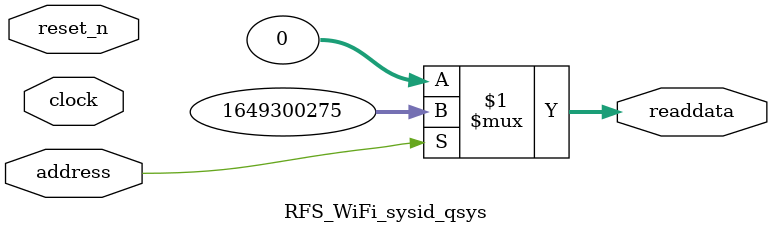
<source format=v>



// synthesis translate_off
`timescale 1ns / 1ps
// synthesis translate_on

// turn off superfluous verilog processor warnings 
// altera message_level Level1 
// altera message_off 10034 10035 10036 10037 10230 10240 10030 

module RFS_WiFi_sysid_qsys (
               // inputs:
                address,
                clock,
                reset_n,

               // outputs:
                readdata
             )
;

  output  [ 31: 0] readdata;
  input            address;
  input            clock;
  input            reset_n;

  wire    [ 31: 0] readdata;
  //control_slave, which is an e_avalon_slave
  assign readdata = address ? 1649300275 : 0;

endmodule



</source>
